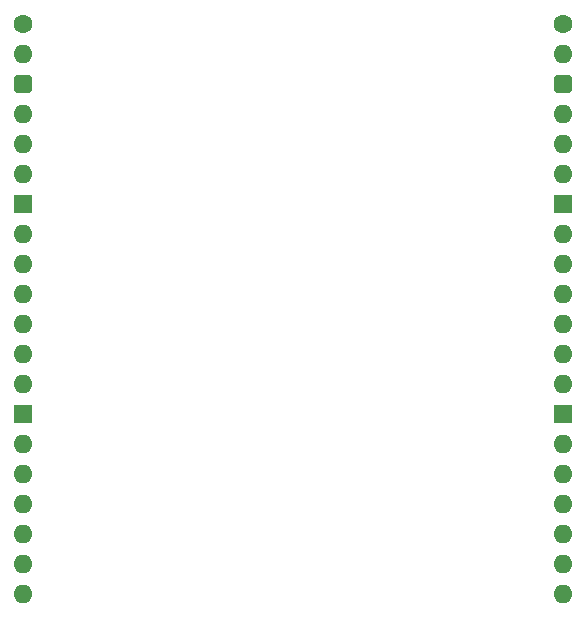
<source format=gbs>
%TF.GenerationSoftware,KiCad,Pcbnew,9.0.7-9.0.7~ubuntu24.04.1*%
%TF.CreationDate,2026-01-16T10:15:45+02:00*%
%TF.ProjectId,Status Device,53746174-7573-4204-9465-766963652e6b,V1*%
%TF.SameCoordinates,Original*%
%TF.FileFunction,Soldermask,Bot*%
%TF.FilePolarity,Negative*%
%FSLAX46Y46*%
G04 Gerber Fmt 4.6, Leading zero omitted, Abs format (unit mm)*
G04 Created by KiCad (PCBNEW 9.0.7-9.0.7~ubuntu24.04.1) date 2026-01-16 10:15:45*
%MOMM*%
%LPD*%
G01*
G04 APERTURE LIST*
G04 Aperture macros list*
%AMRoundRect*
0 Rectangle with rounded corners*
0 $1 Rounding radius*
0 $2 $3 $4 $5 $6 $7 $8 $9 X,Y pos of 4 corners*
0 Add a 4 corners polygon primitive as box body*
4,1,4,$2,$3,$4,$5,$6,$7,$8,$9,$2,$3,0*
0 Add four circle primitives for the rounded corners*
1,1,$1+$1,$2,$3*
1,1,$1+$1,$4,$5*
1,1,$1+$1,$6,$7*
1,1,$1+$1,$8,$9*
0 Add four rect primitives between the rounded corners*
20,1,$1+$1,$2,$3,$4,$5,0*
20,1,$1+$1,$4,$5,$6,$7,0*
20,1,$1+$1,$6,$7,$8,$9,0*
20,1,$1+$1,$8,$9,$2,$3,0*%
G04 Aperture macros list end*
%ADD10C,1.600000*%
%ADD11O,1.600000X1.600000*%
%ADD12RoundRect,0.400000X-0.400000X-0.400000X0.400000X-0.400000X0.400000X0.400000X-0.400000X0.400000X0*%
%ADD13R,1.600000X1.600000*%
G04 APERTURE END LIST*
D10*
%TO.C,J1*%
X0Y0D03*
D11*
X0Y-2540000D03*
D12*
X0Y-5080000D03*
D11*
X0Y-7620000D03*
X0Y-10160000D03*
X0Y-12700000D03*
D13*
X0Y-15240000D03*
D11*
X0Y-17780000D03*
X0Y-20320000D03*
X0Y-22860000D03*
X0Y-25400000D03*
X0Y-27940000D03*
X0Y-30480000D03*
D13*
X0Y-33020000D03*
D11*
X0Y-35560000D03*
X0Y-38100000D03*
X0Y-40640000D03*
X0Y-43180000D03*
X0Y-45720000D03*
X0Y-48260000D03*
%TD*%
D10*
%TO.C,J2*%
X45720000Y0D03*
D11*
X45720000Y-2540000D03*
D12*
X45720000Y-5080000D03*
D11*
X45720000Y-7620000D03*
X45720000Y-10160000D03*
X45720000Y-12700000D03*
D13*
X45720000Y-15240000D03*
D11*
X45720000Y-17780000D03*
X45720000Y-20320000D03*
X45720000Y-22860000D03*
X45720000Y-25400000D03*
X45720000Y-27940000D03*
X45720000Y-30480000D03*
D13*
X45720000Y-33020000D03*
D11*
X45720000Y-35560000D03*
X45720000Y-38100000D03*
X45720000Y-40640000D03*
X45720000Y-43180000D03*
X45720000Y-45720000D03*
X45720000Y-48260000D03*
%TD*%
M02*

</source>
